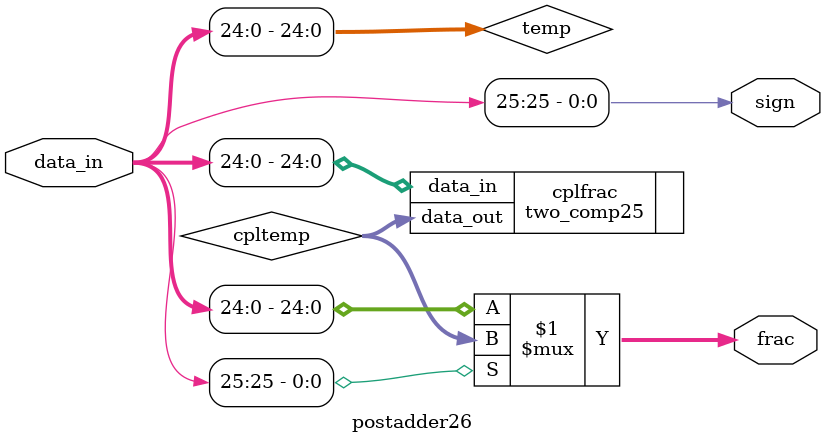
<source format=v>
`timescale 1ns / 1ps


module postadder26(data_in,sign,frac);
	input	[25:0]data_in;
	output	sign;
	output	[24:0]frac;

	wire	[24:0]temp,cpltemp;

	assign	sign=data_in[25];	
	assign 	temp=data_in[24:0];
	two_comp25	cplfrac(
		.data_in(temp),
		.data_out(cpltemp)
		);
	assign	frac=sign?cpltemp:temp;
endmodule

</source>
